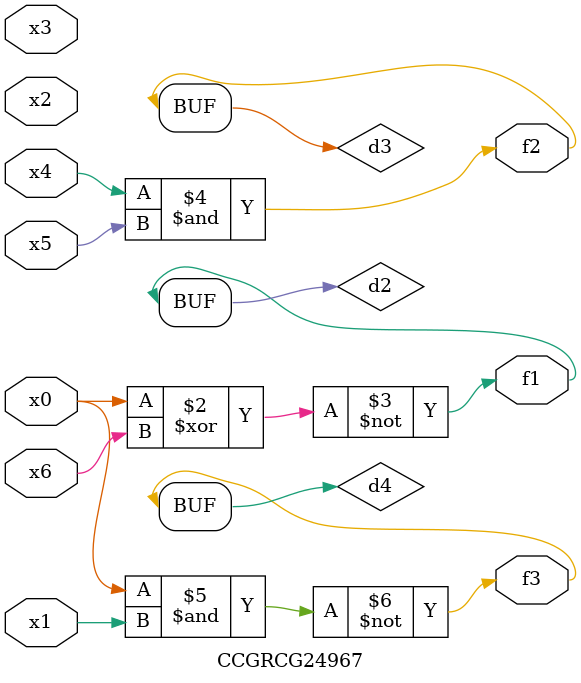
<source format=v>
module CCGRCG24967(
	input x0, x1, x2, x3, x4, x5, x6,
	output f1, f2, f3
);

	wire d1, d2, d3, d4;

	nor (d1, x0);
	xnor (d2, x0, x6);
	and (d3, x4, x5);
	nand (d4, x0, x1);
	assign f1 = d2;
	assign f2 = d3;
	assign f3 = d4;
endmodule

</source>
